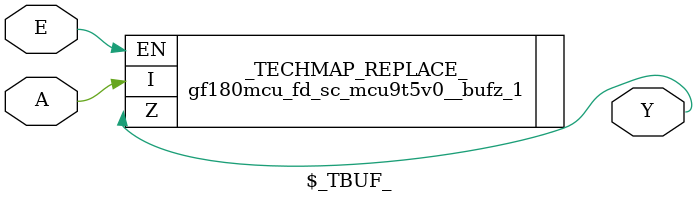
<source format=v>
module \$_TBUF_ (input A, input E, output Y);
  gf180mcu_fd_sc_mcu9t5v0__bufz_1 _TECHMAP_REPLACE_ (
    .I(A),
    .Z(Y),
    .EN(E));
endmodule

</source>
